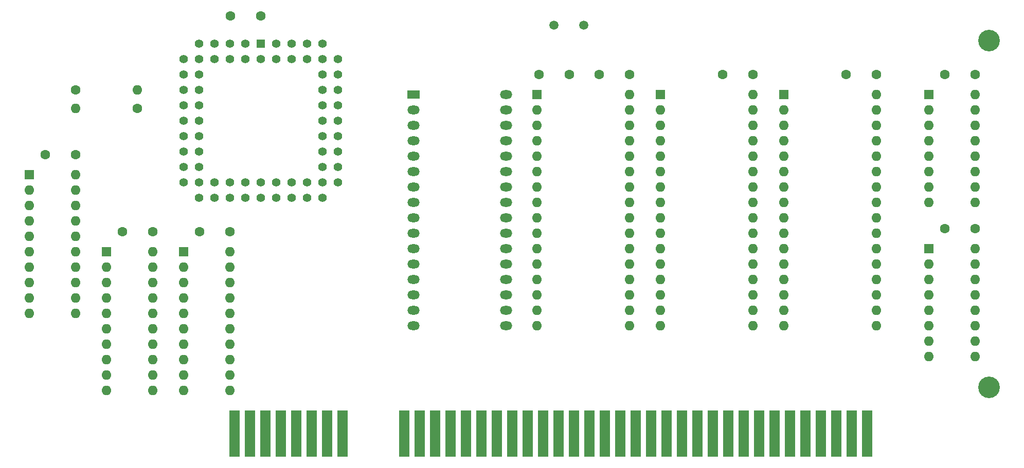
<source format=gbr>
G04 #@! TF.GenerationSoftware,KiCad,Pcbnew,(5.1.8)-1*
G04 #@! TF.CreationDate,2022-11-03T09:02:15-06:00*
G04 #@! TF.ProjectId,V40 64K 640K ISA,56343020-3634-44b2-9036-34304b204953,rev?*
G04 #@! TF.SameCoordinates,Original*
G04 #@! TF.FileFunction,Soldermask,Top*
G04 #@! TF.FilePolarity,Negative*
%FSLAX46Y46*%
G04 Gerber Fmt 4.6, Leading zero omitted, Abs format (unit mm)*
G04 Created by KiCad (PCBNEW (5.1.8)-1) date 2022-11-03 09:02:15*
%MOMM*%
%LPD*%
G01*
G04 APERTURE LIST*
%ADD10O,2.000000X1.440000*%
%ADD11R,2.000000X1.440000*%
%ADD12O,1.600000X1.600000*%
%ADD13C,1.600000*%
%ADD14C,1.500000*%
%ADD15R,1.600000X1.600000*%
%ADD16C,1.422400*%
%ADD17R,1.422400X1.422400*%
%ADD18R,1.780000X7.620000*%
%ADD19C,3.556000*%
G04 APERTURE END LIST*
D10*
G04 #@! TO.C,U1*
X102100380Y-111988600D03*
X86860380Y-111988600D03*
X102100380Y-109448600D03*
X86860380Y-109448600D03*
X102100380Y-106908600D03*
X86860380Y-106908600D03*
X102100380Y-104368600D03*
X86860380Y-104368600D03*
X102100380Y-101828600D03*
X86860380Y-101828600D03*
X102100380Y-99288600D03*
X86860380Y-99288600D03*
X102100380Y-96748600D03*
X86860380Y-96748600D03*
X102100380Y-94208600D03*
X86860380Y-94208600D03*
X102100380Y-91668600D03*
X86860380Y-91668600D03*
X102100380Y-89128600D03*
X86860380Y-89128600D03*
X102100380Y-86588600D03*
X86860380Y-86588600D03*
X102100380Y-84048600D03*
X86860380Y-84048600D03*
X102100380Y-81508600D03*
X86860380Y-81508600D03*
X102100380Y-78968600D03*
X86860380Y-78968600D03*
X102100380Y-76428600D03*
X86860380Y-76428600D03*
X102100380Y-73888600D03*
D11*
X86860380Y-73888600D03*
G04 #@! TD*
D12*
G04 #@! TO.C,R2*
X41394380Y-73126600D03*
D13*
X31234380Y-73126600D03*
G04 #@! TD*
D12*
G04 #@! TO.C,R1*
X31234380Y-76174600D03*
D13*
X41394380Y-76174600D03*
G04 #@! TD*
D14*
G04 #@! TO.C,Y1*
X114874380Y-62458600D03*
X109974380Y-62458600D03*
G04 #@! TD*
D12*
G04 #@! TO.C,U10*
X56634380Y-99796600D03*
X49014380Y-122656600D03*
X56634380Y-102336600D03*
X49014380Y-120116600D03*
X56634380Y-104876600D03*
X49014380Y-117576600D03*
X56634380Y-107416600D03*
X49014380Y-115036600D03*
X56634380Y-109956600D03*
X49014380Y-112496600D03*
X56634380Y-112496600D03*
X49014380Y-109956600D03*
X56634380Y-115036600D03*
X49014380Y-107416600D03*
X56634380Y-117576600D03*
X49014380Y-104876600D03*
X56634380Y-120116600D03*
X49014380Y-102336600D03*
X56634380Y-122656600D03*
D15*
X49014380Y-99796600D03*
G04 #@! TD*
D12*
G04 #@! TO.C,U9*
X43934380Y-99796600D03*
X36314380Y-122656600D03*
X43934380Y-102336600D03*
X36314380Y-120116600D03*
X43934380Y-104876600D03*
X36314380Y-117576600D03*
X43934380Y-107416600D03*
X36314380Y-115036600D03*
X43934380Y-109956600D03*
X36314380Y-112496600D03*
X43934380Y-112496600D03*
X36314380Y-109956600D03*
X43934380Y-115036600D03*
X36314380Y-107416600D03*
X43934380Y-117576600D03*
X36314380Y-104876600D03*
X43934380Y-120116600D03*
X36314380Y-102336600D03*
X43934380Y-122656600D03*
D15*
X36314380Y-99796600D03*
G04 #@! TD*
D12*
G04 #@! TO.C,U8*
X31234380Y-87096600D03*
X23614380Y-109956600D03*
X31234380Y-89636600D03*
X23614380Y-107416600D03*
X31234380Y-92176600D03*
X23614380Y-104876600D03*
X31234380Y-94716600D03*
X23614380Y-102336600D03*
X31234380Y-97256600D03*
X23614380Y-99796600D03*
X31234380Y-99796600D03*
X23614380Y-97256600D03*
X31234380Y-102336600D03*
X23614380Y-94716600D03*
X31234380Y-104876600D03*
X23614380Y-92176600D03*
X31234380Y-107416600D03*
X23614380Y-89636600D03*
X31234380Y-109956600D03*
D15*
X23614380Y-87096600D03*
G04 #@! TD*
D16*
G04 #@! TO.C,U7*
X74414380Y-68046600D03*
X74414380Y-70586600D03*
X74414380Y-73126600D03*
X74414380Y-75666600D03*
X74414380Y-78206600D03*
X74414380Y-80746600D03*
X74414380Y-83286600D03*
X74414380Y-85826600D03*
X71874380Y-65506600D03*
X71874380Y-70586600D03*
X71874380Y-73126600D03*
X71874380Y-75666600D03*
X71874380Y-78206600D03*
X71874380Y-80746600D03*
X71874380Y-83286600D03*
X71874380Y-85826600D03*
X71874380Y-88366600D03*
X71874380Y-90906600D03*
X69334380Y-90906600D03*
X66794380Y-90906600D03*
X64254380Y-90906600D03*
X61714380Y-90906600D03*
X59174380Y-90906600D03*
X56634380Y-90906600D03*
X54094380Y-90906600D03*
X51554380Y-90906600D03*
X74414380Y-88366600D03*
X69334380Y-88366600D03*
X66794380Y-88366600D03*
X64254380Y-88366600D03*
X61714380Y-88366600D03*
X59174380Y-88366600D03*
X56634380Y-88366600D03*
X54094380Y-88366600D03*
X51554380Y-88366600D03*
X49014380Y-88366600D03*
X49014380Y-85826600D03*
X49014380Y-83286600D03*
X49014380Y-80746600D03*
X49014380Y-78206600D03*
X49014380Y-75666600D03*
X49014380Y-73126600D03*
X49014380Y-70586600D03*
X49014380Y-68046600D03*
X51554380Y-85826600D03*
X51554380Y-83286600D03*
X51554380Y-80746600D03*
X51554380Y-78206600D03*
X51554380Y-75666600D03*
X51554380Y-73126600D03*
X51554380Y-70586600D03*
X51554380Y-68046600D03*
X69334380Y-65506600D03*
X66794380Y-65506600D03*
X64254380Y-65506600D03*
X51554380Y-65506600D03*
X54094380Y-65506600D03*
X56634380Y-65506600D03*
X59174380Y-65506600D03*
D17*
X61714380Y-65506600D03*
D16*
X71874380Y-68046600D03*
X69334380Y-68046600D03*
X66794380Y-68046600D03*
X64254380Y-68046600D03*
X54094380Y-68046600D03*
X56634380Y-68046600D03*
X59174380Y-68046600D03*
X61714380Y-68046600D03*
G04 #@! TD*
D18*
G04 #@! TO.C,J1*
X57396380Y-129768600D03*
X59936380Y-129768600D03*
X62476380Y-129768600D03*
X65016380Y-129768600D03*
X67556380Y-129768600D03*
X70096380Y-129768600D03*
X72636380Y-129768600D03*
X75176380Y-129768600D03*
G04 #@! TD*
D13*
G04 #@! TO.C,C10*
X56634380Y-96494600D03*
X51634380Y-96494600D03*
G04 #@! TD*
G04 #@! TO.C,C9*
X43934380Y-96494600D03*
X38934380Y-96494600D03*
G04 #@! TD*
G04 #@! TO.C,C8*
X31234380Y-83794600D03*
X26234380Y-83794600D03*
G04 #@! TD*
G04 #@! TO.C,C7*
X61714380Y-60934600D03*
X56714380Y-60934600D03*
G04 #@! TD*
G04 #@! TO.C,C2*
X122420380Y-70586600D03*
X117420380Y-70586600D03*
G04 #@! TD*
D12*
G04 #@! TO.C,U2*
X122420380Y-73888600D03*
X107180380Y-111988600D03*
X122420380Y-76428600D03*
X107180380Y-109448600D03*
X122420380Y-78968600D03*
X107180380Y-106908600D03*
X122420380Y-81508600D03*
X107180380Y-104368600D03*
X122420380Y-84048600D03*
X107180380Y-101828600D03*
X122420380Y-86588600D03*
X107180380Y-99288600D03*
X122420380Y-89128600D03*
X107180380Y-96748600D03*
X122420380Y-91668600D03*
X107180380Y-94208600D03*
X122420380Y-94208600D03*
X107180380Y-91668600D03*
X122420380Y-96748600D03*
X107180380Y-89128600D03*
X122420380Y-99288600D03*
X107180380Y-86588600D03*
X122420380Y-101828600D03*
X107180380Y-84048600D03*
X122420380Y-104368600D03*
X107180380Y-81508600D03*
X122420380Y-106908600D03*
X107180380Y-78968600D03*
X122420380Y-109448600D03*
X107180380Y-76428600D03*
X122420380Y-111988600D03*
D15*
X107180380Y-73888600D03*
G04 #@! TD*
D13*
G04 #@! TO.C,C1*
X107514380Y-70586600D03*
X112514380Y-70586600D03*
G04 #@! TD*
D12*
G04 #@! TO.C,U3*
X142740380Y-73888600D03*
X127500380Y-111988600D03*
X142740380Y-76428600D03*
X127500380Y-109448600D03*
X142740380Y-78968600D03*
X127500380Y-106908600D03*
X142740380Y-81508600D03*
X127500380Y-104368600D03*
X142740380Y-84048600D03*
X127500380Y-101828600D03*
X142740380Y-86588600D03*
X127500380Y-99288600D03*
X142740380Y-89128600D03*
X127500380Y-96748600D03*
X142740380Y-91668600D03*
X127500380Y-94208600D03*
X142740380Y-94208600D03*
X127500380Y-91668600D03*
X142740380Y-96748600D03*
X127500380Y-89128600D03*
X142740380Y-99288600D03*
X127500380Y-86588600D03*
X142740380Y-101828600D03*
X127500380Y-84048600D03*
X142740380Y-104368600D03*
X127500380Y-81508600D03*
X142740380Y-106908600D03*
X127500380Y-78968600D03*
X142740380Y-109448600D03*
X127500380Y-76428600D03*
X142740380Y-111988600D03*
D15*
X127500380Y-73888600D03*
G04 #@! TD*
D12*
G04 #@! TO.C,U4*
X163060380Y-73888600D03*
X147820380Y-111988600D03*
X163060380Y-76428600D03*
X147820380Y-109448600D03*
X163060380Y-78968600D03*
X147820380Y-106908600D03*
X163060380Y-81508600D03*
X147820380Y-104368600D03*
X163060380Y-84048600D03*
X147820380Y-101828600D03*
X163060380Y-86588600D03*
X147820380Y-99288600D03*
X163060380Y-89128600D03*
X147820380Y-96748600D03*
X163060380Y-91668600D03*
X147820380Y-94208600D03*
X163060380Y-94208600D03*
X147820380Y-91668600D03*
X163060380Y-96748600D03*
X147820380Y-89128600D03*
X163060380Y-99288600D03*
X147820380Y-86588600D03*
X163060380Y-101828600D03*
X147820380Y-84048600D03*
X163060380Y-104368600D03*
X147820380Y-81508600D03*
X163060380Y-106908600D03*
X147820380Y-78968600D03*
X163060380Y-109448600D03*
X147820380Y-76428600D03*
X163060380Y-111988600D03*
D15*
X147820380Y-73888600D03*
G04 #@! TD*
D13*
G04 #@! TO.C,C6*
X179316380Y-95986600D03*
X174316380Y-95986600D03*
G04 #@! TD*
G04 #@! TO.C,C3*
X142740380Y-70586600D03*
X137740380Y-70586600D03*
G04 #@! TD*
D18*
G04 #@! TO.C,J9*
X85336380Y-129768600D03*
X87876380Y-129768600D03*
X90416380Y-129768600D03*
X92956380Y-129768600D03*
X95496380Y-129768600D03*
X98036380Y-129768600D03*
X100576380Y-129768600D03*
X103116380Y-129768600D03*
X105656380Y-129768600D03*
X108196380Y-129768600D03*
X110736380Y-129768600D03*
X113276380Y-129768600D03*
X115816380Y-129768600D03*
X118356380Y-129768600D03*
X120896380Y-129768600D03*
X123436380Y-129768600D03*
X125976380Y-129768600D03*
X128516380Y-129768600D03*
X131056380Y-129768600D03*
X133596380Y-129768600D03*
X136136380Y-129768600D03*
X138676380Y-129768600D03*
X141216380Y-129768600D03*
X143756380Y-129768600D03*
X146296380Y-129768600D03*
X148836380Y-129768600D03*
X151376380Y-129768600D03*
X153916380Y-129768600D03*
X156456380Y-129768600D03*
X158996380Y-129768600D03*
X161536380Y-129768600D03*
G04 #@! TD*
D19*
G04 #@! TO.C,R*
X181602380Y-122148600D03*
G04 #@! TD*
G04 #@! TO.C,R*
X181602380Y-64998600D03*
G04 #@! TD*
D12*
G04 #@! TO.C,U6*
X179316380Y-99288600D03*
X171696380Y-117068600D03*
X179316380Y-101828600D03*
X171696380Y-114528600D03*
X179316380Y-104368600D03*
X171696380Y-111988600D03*
X179316380Y-106908600D03*
X171696380Y-109448600D03*
X179316380Y-109448600D03*
X171696380Y-106908600D03*
X179316380Y-111988600D03*
X171696380Y-104368600D03*
X179316380Y-114528600D03*
X171696380Y-101828600D03*
X179316380Y-117068600D03*
D15*
X171696380Y-99288600D03*
G04 #@! TD*
D12*
G04 #@! TO.C,U5*
X179316380Y-73888600D03*
X171696380Y-91668600D03*
X179316380Y-76428600D03*
X171696380Y-89128600D03*
X179316380Y-78968600D03*
X171696380Y-86588600D03*
X179316380Y-81508600D03*
X171696380Y-84048600D03*
X179316380Y-84048600D03*
X171696380Y-81508600D03*
X179316380Y-86588600D03*
X171696380Y-78968600D03*
X179316380Y-89128600D03*
X171696380Y-76428600D03*
X179316380Y-91668600D03*
D15*
X171696380Y-73888600D03*
G04 #@! TD*
D13*
G04 #@! TO.C,C5*
X179316380Y-70586600D03*
X174316380Y-70586600D03*
G04 #@! TD*
G04 #@! TO.C,C4*
X163060380Y-70586600D03*
X158060380Y-70586600D03*
G04 #@! TD*
M02*

</source>
